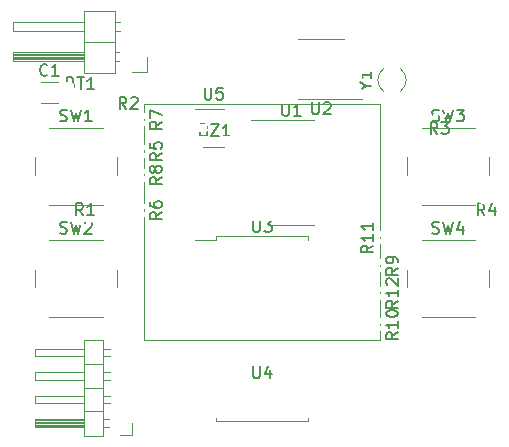
<source format=gto>
G04 #@! TF.GenerationSoftware,KiCad,Pcbnew,5.1.10*
G04 #@! TF.CreationDate,2021-12-20T19:27:34-06:00*
G04 #@! TF.ProjectId,notawatch,6e6f7461-7761-4746-9368-2e6b69636164,rev?*
G04 #@! TF.SameCoordinates,Original*
G04 #@! TF.FileFunction,Legend,Top*
G04 #@! TF.FilePolarity,Positive*
%FSLAX46Y46*%
G04 Gerber Fmt 4.6, Leading zero omitted, Abs format (unit mm)*
G04 Created by KiCad (PCBNEW 5.1.10) date 2021-12-20 19:27:34*
%MOMM*%
%LPD*%
G01*
G04 APERTURE LIST*
%ADD10C,0.120000*%
%ADD11C,0.150000*%
%ADD12C,0.100000*%
%ADD13O,1.350000X1.350000*%
%ADD14R,1.350000X1.350000*%
%ADD15C,1.000000*%
%ADD16C,1.524000*%
%ADD17C,2.000000*%
%ADD18R,1.060000X0.650000*%
%ADD19R,1.700000X1.700000*%
%ADD20O,1.700000X1.700000*%
G04 APERTURE END LIST*
D10*
X133288748Y-91090000D02*
X134711252Y-91090000D01*
X133288748Y-92910000D02*
X134711252Y-92910000D01*
X138560000Y-121060000D02*
X138560000Y-112940000D01*
X138560000Y-112940000D02*
X136940000Y-112940000D01*
X136940000Y-112940000D02*
X136940000Y-121060000D01*
X136940000Y-121060000D02*
X138560000Y-121060000D01*
X136940000Y-120310000D02*
X132740000Y-120310000D01*
X132740000Y-120310000D02*
X132740000Y-119690000D01*
X132740000Y-119690000D02*
X136940000Y-119690000D01*
X136940000Y-120250000D02*
X132740000Y-120250000D01*
X136940000Y-120130000D02*
X132740000Y-120130000D01*
X136940000Y-120010000D02*
X132740000Y-120010000D01*
X136940000Y-119890000D02*
X132740000Y-119890000D01*
X136940000Y-119770000D02*
X132740000Y-119770000D01*
X139065000Y-120310000D02*
X138560000Y-120310000D01*
X139065000Y-119690000D02*
X138560000Y-119690000D01*
X138560000Y-119000000D02*
X136940000Y-119000000D01*
X136940000Y-118310000D02*
X132740000Y-118310000D01*
X132740000Y-118310000D02*
X132740000Y-117690000D01*
X132740000Y-117690000D02*
X136940000Y-117690000D01*
X139117886Y-118310000D02*
X138560000Y-118310000D01*
X139117886Y-117690000D02*
X138560000Y-117690000D01*
X138560000Y-117000000D02*
X136940000Y-117000000D01*
X136940000Y-116310000D02*
X132740000Y-116310000D01*
X132740000Y-116310000D02*
X132740000Y-115690000D01*
X132740000Y-115690000D02*
X136940000Y-115690000D01*
X139117886Y-116310000D02*
X138560000Y-116310000D01*
X139117886Y-115690000D02*
X138560000Y-115690000D01*
X138560000Y-115000000D02*
X136940000Y-115000000D01*
X136940000Y-114310000D02*
X132740000Y-114310000D01*
X132740000Y-114310000D02*
X132740000Y-113690000D01*
X132740000Y-113690000D02*
X136940000Y-113690000D01*
X139117886Y-114310000D02*
X138560000Y-114310000D01*
X139117886Y-113690000D02*
X138560000Y-113690000D01*
X141000000Y-120000000D02*
X141000000Y-121000000D01*
X141000000Y-121000000D02*
X140000000Y-121000000D01*
X154475000Y-103245000D02*
X156425000Y-103245000D01*
X154475000Y-103245000D02*
X152525000Y-103245000D01*
X154475000Y-94375000D02*
X156425000Y-94375000D01*
X154475000Y-94375000D02*
X151025000Y-94375000D01*
X163732863Y-89999783D02*
G75*
G02*
X163733144Y-91900000I-732863J-950217D01*
G01*
X162267137Y-89999783D02*
G75*
G03*
X162266856Y-91900000I732863J-950217D01*
G01*
X142000000Y-93000000D02*
X142000000Y-113000000D01*
X162000000Y-93000000D02*
X142000000Y-93000000D01*
X162000000Y-113000000D02*
X162000000Y-93000000D01*
X142000000Y-113000000D02*
X162000000Y-113000000D01*
X152000000Y-119810000D02*
X155860000Y-119810000D01*
X155860000Y-119810000D02*
X155860000Y-119545000D01*
X152000000Y-119810000D02*
X148140000Y-119810000D01*
X148140000Y-119810000D02*
X148140000Y-119545000D01*
X152000000Y-104190000D02*
X155860000Y-104190000D01*
X155860000Y-104190000D02*
X155860000Y-104455000D01*
X152000000Y-104190000D02*
X148140000Y-104190000D01*
X148140000Y-104190000D02*
X148140000Y-104455000D01*
X148140000Y-104455000D02*
X146325000Y-104455000D01*
X157000000Y-92560000D02*
X160450000Y-92560000D01*
X157000000Y-92560000D02*
X155050000Y-92560000D01*
X157000000Y-87440000D02*
X158950000Y-87440000D01*
X157000000Y-87440000D02*
X155050000Y-87440000D01*
X165500000Y-111000000D02*
X170000000Y-111000000D01*
X164250000Y-107000000D02*
X164250000Y-108500000D01*
X170000000Y-104500000D02*
X165500000Y-104500000D01*
X171250000Y-108500000D02*
X171250000Y-107000000D01*
X165500000Y-101500000D02*
X170000000Y-101500000D01*
X164250000Y-97500000D02*
X164250000Y-99000000D01*
X170000000Y-95000000D02*
X165500000Y-95000000D01*
X171250000Y-99000000D02*
X171250000Y-97500000D01*
X134000000Y-111000000D02*
X138500000Y-111000000D01*
X132750000Y-107000000D02*
X132750000Y-108500000D01*
X138500000Y-104500000D02*
X134000000Y-104500000D01*
X139750000Y-108500000D02*
X139750000Y-107000000D01*
X134000000Y-101500000D02*
X138500000Y-101500000D01*
X132750000Y-97500000D02*
X132750000Y-99000000D01*
X138500000Y-95000000D02*
X134000000Y-95000000D01*
X139750000Y-99000000D02*
X139750000Y-97500000D01*
X147000000Y-96660000D02*
X148800000Y-96660000D01*
X148800000Y-93440000D02*
X146350000Y-93440000D01*
X142270000Y-90270000D02*
X141000000Y-90270000D01*
X142270000Y-89000000D02*
X142270000Y-90270000D01*
X139957071Y-86080000D02*
X139560000Y-86080000D01*
X139957071Y-86840000D02*
X139560000Y-86840000D01*
X130900000Y-86080000D02*
X136900000Y-86080000D01*
X130900000Y-86840000D02*
X130900000Y-86080000D01*
X136900000Y-86840000D02*
X130900000Y-86840000D01*
X139560000Y-87730000D02*
X136900000Y-87730000D01*
X139890000Y-88620000D02*
X139560000Y-88620000D01*
X139890000Y-89380000D02*
X139560000Y-89380000D01*
X136900000Y-88720000D02*
X130900000Y-88720000D01*
X136900000Y-88840000D02*
X130900000Y-88840000D01*
X136900000Y-88960000D02*
X130900000Y-88960000D01*
X136900000Y-89080000D02*
X130900000Y-89080000D01*
X136900000Y-89200000D02*
X130900000Y-89200000D01*
X136900000Y-89320000D02*
X130900000Y-89320000D01*
X130900000Y-88620000D02*
X136900000Y-88620000D01*
X130900000Y-89380000D02*
X130900000Y-88620000D01*
X136900000Y-89380000D02*
X130900000Y-89380000D01*
X136900000Y-90330000D02*
X139560000Y-90330000D01*
X136900000Y-85130000D02*
X136900000Y-90330000D01*
X139560000Y-85130000D02*
X136900000Y-85130000D01*
X139560000Y-90330000D02*
X139560000Y-85130000D01*
D11*
X147119047Y-95178571D02*
X147261904Y-95226190D01*
X147309523Y-95273809D01*
X147357142Y-95369047D01*
X147357142Y-95511904D01*
X147309523Y-95607142D01*
X147261904Y-95654761D01*
X147166666Y-95702380D01*
X146785714Y-95702380D01*
X146785714Y-94702380D01*
X147119047Y-94702380D01*
X147214285Y-94750000D01*
X147261904Y-94797619D01*
X147309523Y-94892857D01*
X147309523Y-94988095D01*
X147261904Y-95083333D01*
X147214285Y-95130952D01*
X147119047Y-95178571D01*
X146785714Y-95178571D01*
X147690476Y-94702380D02*
X148357142Y-94702380D01*
X147690476Y-95702380D01*
X148357142Y-95702380D01*
X149261904Y-95702380D02*
X148690476Y-95702380D01*
X148976190Y-95702380D02*
X148976190Y-94702380D01*
X148880952Y-94845238D01*
X148785714Y-94940476D01*
X148690476Y-94988095D01*
X133833333Y-90507142D02*
X133785714Y-90554761D01*
X133642857Y-90602380D01*
X133547619Y-90602380D01*
X133404761Y-90554761D01*
X133309523Y-90459523D01*
X133261904Y-90364285D01*
X133214285Y-90173809D01*
X133214285Y-90030952D01*
X133261904Y-89840476D01*
X133309523Y-89745238D01*
X133404761Y-89650000D01*
X133547619Y-89602380D01*
X133642857Y-89602380D01*
X133785714Y-89650000D01*
X133833333Y-89697619D01*
X134785714Y-90602380D02*
X134214285Y-90602380D01*
X134500000Y-90602380D02*
X134500000Y-89602380D01*
X134404761Y-89745238D01*
X134309523Y-89840476D01*
X134214285Y-89888095D01*
X153713095Y-92982380D02*
X153713095Y-93791904D01*
X153760714Y-93887142D01*
X153808333Y-93934761D01*
X153903571Y-93982380D01*
X154094047Y-93982380D01*
X154189285Y-93934761D01*
X154236904Y-93887142D01*
X154284523Y-93791904D01*
X154284523Y-92982380D01*
X155284523Y-93982380D02*
X154713095Y-93982380D01*
X154998809Y-93982380D02*
X154998809Y-92982380D01*
X154903571Y-93125238D01*
X154808333Y-93220476D01*
X154713095Y-93268095D01*
X160776190Y-91426190D02*
X161252380Y-91426190D01*
X160252380Y-91759523D02*
X160776190Y-91426190D01*
X160252380Y-91092857D01*
X161252380Y-90235714D02*
X161252380Y-90807142D01*
X161252380Y-90521428D02*
X160252380Y-90521428D01*
X160395238Y-90616666D01*
X160490476Y-90711904D01*
X160538095Y-90807142D01*
X151238095Y-115202380D02*
X151238095Y-116011904D01*
X151285714Y-116107142D01*
X151333333Y-116154761D01*
X151428571Y-116202380D01*
X151619047Y-116202380D01*
X151714285Y-116154761D01*
X151761904Y-116107142D01*
X151809523Y-116011904D01*
X151809523Y-115202380D01*
X152714285Y-115535714D02*
X152714285Y-116202380D01*
X152476190Y-115154761D02*
X152238095Y-115869047D01*
X152857142Y-115869047D01*
X151238095Y-102802380D02*
X151238095Y-103611904D01*
X151285714Y-103707142D01*
X151333333Y-103754761D01*
X151428571Y-103802380D01*
X151619047Y-103802380D01*
X151714285Y-103754761D01*
X151761904Y-103707142D01*
X151809523Y-103611904D01*
X151809523Y-102802380D01*
X152190476Y-102802380D02*
X152809523Y-102802380D01*
X152476190Y-103183333D01*
X152619047Y-103183333D01*
X152714285Y-103230952D01*
X152761904Y-103278571D01*
X152809523Y-103373809D01*
X152809523Y-103611904D01*
X152761904Y-103707142D01*
X152714285Y-103754761D01*
X152619047Y-103802380D01*
X152333333Y-103802380D01*
X152238095Y-103754761D01*
X152190476Y-103707142D01*
X156238095Y-92852380D02*
X156238095Y-93661904D01*
X156285714Y-93757142D01*
X156333333Y-93804761D01*
X156428571Y-93852380D01*
X156619047Y-93852380D01*
X156714285Y-93804761D01*
X156761904Y-93757142D01*
X156809523Y-93661904D01*
X156809523Y-92852380D01*
X157238095Y-92947619D02*
X157285714Y-92900000D01*
X157380952Y-92852380D01*
X157619047Y-92852380D01*
X157714285Y-92900000D01*
X157761904Y-92947619D01*
X157809523Y-93042857D01*
X157809523Y-93138095D01*
X157761904Y-93280952D01*
X157190476Y-93852380D01*
X157809523Y-93852380D01*
X166416666Y-103904761D02*
X166559523Y-103952380D01*
X166797619Y-103952380D01*
X166892857Y-103904761D01*
X166940476Y-103857142D01*
X166988095Y-103761904D01*
X166988095Y-103666666D01*
X166940476Y-103571428D01*
X166892857Y-103523809D01*
X166797619Y-103476190D01*
X166607142Y-103428571D01*
X166511904Y-103380952D01*
X166464285Y-103333333D01*
X166416666Y-103238095D01*
X166416666Y-103142857D01*
X166464285Y-103047619D01*
X166511904Y-103000000D01*
X166607142Y-102952380D01*
X166845238Y-102952380D01*
X166988095Y-103000000D01*
X167321428Y-102952380D02*
X167559523Y-103952380D01*
X167750000Y-103238095D01*
X167940476Y-103952380D01*
X168178571Y-102952380D01*
X168988095Y-103285714D02*
X168988095Y-103952380D01*
X168750000Y-102904761D02*
X168511904Y-103619047D01*
X169130952Y-103619047D01*
X166416666Y-94404761D02*
X166559523Y-94452380D01*
X166797619Y-94452380D01*
X166892857Y-94404761D01*
X166940476Y-94357142D01*
X166988095Y-94261904D01*
X166988095Y-94166666D01*
X166940476Y-94071428D01*
X166892857Y-94023809D01*
X166797619Y-93976190D01*
X166607142Y-93928571D01*
X166511904Y-93880952D01*
X166464285Y-93833333D01*
X166416666Y-93738095D01*
X166416666Y-93642857D01*
X166464285Y-93547619D01*
X166511904Y-93500000D01*
X166607142Y-93452380D01*
X166845238Y-93452380D01*
X166988095Y-93500000D01*
X167321428Y-93452380D02*
X167559523Y-94452380D01*
X167750000Y-93738095D01*
X167940476Y-94452380D01*
X168178571Y-93452380D01*
X168464285Y-93452380D02*
X169083333Y-93452380D01*
X168750000Y-93833333D01*
X168892857Y-93833333D01*
X168988095Y-93880952D01*
X169035714Y-93928571D01*
X169083333Y-94023809D01*
X169083333Y-94261904D01*
X169035714Y-94357142D01*
X168988095Y-94404761D01*
X168892857Y-94452380D01*
X168607142Y-94452380D01*
X168511904Y-94404761D01*
X168464285Y-94357142D01*
X134916666Y-103904761D02*
X135059523Y-103952380D01*
X135297619Y-103952380D01*
X135392857Y-103904761D01*
X135440476Y-103857142D01*
X135488095Y-103761904D01*
X135488095Y-103666666D01*
X135440476Y-103571428D01*
X135392857Y-103523809D01*
X135297619Y-103476190D01*
X135107142Y-103428571D01*
X135011904Y-103380952D01*
X134964285Y-103333333D01*
X134916666Y-103238095D01*
X134916666Y-103142857D01*
X134964285Y-103047619D01*
X135011904Y-103000000D01*
X135107142Y-102952380D01*
X135345238Y-102952380D01*
X135488095Y-103000000D01*
X135821428Y-102952380D02*
X136059523Y-103952380D01*
X136250000Y-103238095D01*
X136440476Y-103952380D01*
X136678571Y-102952380D01*
X137011904Y-103047619D02*
X137059523Y-103000000D01*
X137154761Y-102952380D01*
X137392857Y-102952380D01*
X137488095Y-103000000D01*
X137535714Y-103047619D01*
X137583333Y-103142857D01*
X137583333Y-103238095D01*
X137535714Y-103380952D01*
X136964285Y-103952380D01*
X137583333Y-103952380D01*
X134916666Y-94404761D02*
X135059523Y-94452380D01*
X135297619Y-94452380D01*
X135392857Y-94404761D01*
X135440476Y-94357142D01*
X135488095Y-94261904D01*
X135488095Y-94166666D01*
X135440476Y-94071428D01*
X135392857Y-94023809D01*
X135297619Y-93976190D01*
X135107142Y-93928571D01*
X135011904Y-93880952D01*
X134964285Y-93833333D01*
X134916666Y-93738095D01*
X134916666Y-93642857D01*
X134964285Y-93547619D01*
X135011904Y-93500000D01*
X135107142Y-93452380D01*
X135345238Y-93452380D01*
X135488095Y-93500000D01*
X135821428Y-93452380D02*
X136059523Y-94452380D01*
X136250000Y-93738095D01*
X136440476Y-94452380D01*
X136678571Y-93452380D01*
X137583333Y-94452380D02*
X137011904Y-94452380D01*
X137297619Y-94452380D02*
X137297619Y-93452380D01*
X137202380Y-93595238D01*
X137107142Y-93690476D01*
X137011904Y-93738095D01*
X163502380Y-109642857D02*
X163026190Y-109976190D01*
X163502380Y-110214285D02*
X162502380Y-110214285D01*
X162502380Y-109833333D01*
X162550000Y-109738095D01*
X162597619Y-109690476D01*
X162692857Y-109642857D01*
X162835714Y-109642857D01*
X162930952Y-109690476D01*
X162978571Y-109738095D01*
X163026190Y-109833333D01*
X163026190Y-110214285D01*
X163502380Y-108690476D02*
X163502380Y-109261904D01*
X163502380Y-108976190D02*
X162502380Y-108976190D01*
X162645238Y-109071428D01*
X162740476Y-109166666D01*
X162788095Y-109261904D01*
X162597619Y-108309523D02*
X162550000Y-108261904D01*
X162502380Y-108166666D01*
X162502380Y-107928571D01*
X162550000Y-107833333D01*
X162597619Y-107785714D01*
X162692857Y-107738095D01*
X162788095Y-107738095D01*
X162930952Y-107785714D01*
X163502380Y-108357142D01*
X163502380Y-107738095D01*
X161402380Y-104962857D02*
X160926190Y-105296190D01*
X161402380Y-105534285D02*
X160402380Y-105534285D01*
X160402380Y-105153333D01*
X160450000Y-105058095D01*
X160497619Y-105010476D01*
X160592857Y-104962857D01*
X160735714Y-104962857D01*
X160830952Y-105010476D01*
X160878571Y-105058095D01*
X160926190Y-105153333D01*
X160926190Y-105534285D01*
X161402380Y-104010476D02*
X161402380Y-104581904D01*
X161402380Y-104296190D02*
X160402380Y-104296190D01*
X160545238Y-104391428D01*
X160640476Y-104486666D01*
X160688095Y-104581904D01*
X161402380Y-103058095D02*
X161402380Y-103629523D01*
X161402380Y-103343809D02*
X160402380Y-103343809D01*
X160545238Y-103439047D01*
X160640476Y-103534285D01*
X160688095Y-103629523D01*
X163502380Y-112322857D02*
X163026190Y-112656190D01*
X163502380Y-112894285D02*
X162502380Y-112894285D01*
X162502380Y-112513333D01*
X162550000Y-112418095D01*
X162597619Y-112370476D01*
X162692857Y-112322857D01*
X162835714Y-112322857D01*
X162930952Y-112370476D01*
X162978571Y-112418095D01*
X163026190Y-112513333D01*
X163026190Y-112894285D01*
X163502380Y-111370476D02*
X163502380Y-111941904D01*
X163502380Y-111656190D02*
X162502380Y-111656190D01*
X162645238Y-111751428D01*
X162740476Y-111846666D01*
X162788095Y-111941904D01*
X162502380Y-110751428D02*
X162502380Y-110656190D01*
X162550000Y-110560952D01*
X162597619Y-110513333D01*
X162692857Y-110465714D01*
X162883333Y-110418095D01*
X163121428Y-110418095D01*
X163311904Y-110465714D01*
X163407142Y-110513333D01*
X163454761Y-110560952D01*
X163502380Y-110656190D01*
X163502380Y-110751428D01*
X163454761Y-110846666D01*
X163407142Y-110894285D01*
X163311904Y-110941904D01*
X163121428Y-110989523D01*
X162883333Y-110989523D01*
X162692857Y-110941904D01*
X162597619Y-110894285D01*
X162550000Y-110846666D01*
X162502380Y-110751428D01*
X163502380Y-106846666D02*
X163026190Y-107180000D01*
X163502380Y-107418095D02*
X162502380Y-107418095D01*
X162502380Y-107037142D01*
X162550000Y-106941904D01*
X162597619Y-106894285D01*
X162692857Y-106846666D01*
X162835714Y-106846666D01*
X162930952Y-106894285D01*
X162978571Y-106941904D01*
X163026190Y-107037142D01*
X163026190Y-107418095D01*
X163502380Y-106370476D02*
X163502380Y-106180000D01*
X163454761Y-106084761D01*
X163407142Y-106037142D01*
X163264285Y-105941904D01*
X163073809Y-105894285D01*
X162692857Y-105894285D01*
X162597619Y-105941904D01*
X162550000Y-105989523D01*
X162502380Y-106084761D01*
X162502380Y-106275238D01*
X162550000Y-106370476D01*
X162597619Y-106418095D01*
X162692857Y-106465714D01*
X162930952Y-106465714D01*
X163026190Y-106418095D01*
X163073809Y-106370476D01*
X163121428Y-106275238D01*
X163121428Y-106084761D01*
X163073809Y-105989523D01*
X163026190Y-105941904D01*
X162930952Y-105894285D01*
X143502380Y-99166666D02*
X143026190Y-99500000D01*
X143502380Y-99738095D02*
X142502380Y-99738095D01*
X142502380Y-99357142D01*
X142550000Y-99261904D01*
X142597619Y-99214285D01*
X142692857Y-99166666D01*
X142835714Y-99166666D01*
X142930952Y-99214285D01*
X142978571Y-99261904D01*
X143026190Y-99357142D01*
X143026190Y-99738095D01*
X142930952Y-98595238D02*
X142883333Y-98690476D01*
X142835714Y-98738095D01*
X142740476Y-98785714D01*
X142692857Y-98785714D01*
X142597619Y-98738095D01*
X142550000Y-98690476D01*
X142502380Y-98595238D01*
X142502380Y-98404761D01*
X142550000Y-98309523D01*
X142597619Y-98261904D01*
X142692857Y-98214285D01*
X142740476Y-98214285D01*
X142835714Y-98261904D01*
X142883333Y-98309523D01*
X142930952Y-98404761D01*
X142930952Y-98595238D01*
X142978571Y-98690476D01*
X143026190Y-98738095D01*
X143121428Y-98785714D01*
X143311904Y-98785714D01*
X143407142Y-98738095D01*
X143454761Y-98690476D01*
X143502380Y-98595238D01*
X143502380Y-98404761D01*
X143454761Y-98309523D01*
X143407142Y-98261904D01*
X143311904Y-98214285D01*
X143121428Y-98214285D01*
X143026190Y-98261904D01*
X142978571Y-98309523D01*
X142930952Y-98404761D01*
X143502380Y-94486666D02*
X143026190Y-94820000D01*
X143502380Y-95058095D02*
X142502380Y-95058095D01*
X142502380Y-94677142D01*
X142550000Y-94581904D01*
X142597619Y-94534285D01*
X142692857Y-94486666D01*
X142835714Y-94486666D01*
X142930952Y-94534285D01*
X142978571Y-94581904D01*
X143026190Y-94677142D01*
X143026190Y-95058095D01*
X142502380Y-94153333D02*
X142502380Y-93486666D01*
X143502380Y-93915238D01*
X143502380Y-102166666D02*
X143026190Y-102500000D01*
X143502380Y-102738095D02*
X142502380Y-102738095D01*
X142502380Y-102357142D01*
X142550000Y-102261904D01*
X142597619Y-102214285D01*
X142692857Y-102166666D01*
X142835714Y-102166666D01*
X142930952Y-102214285D01*
X142978571Y-102261904D01*
X143026190Y-102357142D01*
X143026190Y-102738095D01*
X142502380Y-101309523D02*
X142502380Y-101500000D01*
X142550000Y-101595238D01*
X142597619Y-101642857D01*
X142740476Y-101738095D01*
X142930952Y-101785714D01*
X143311904Y-101785714D01*
X143407142Y-101738095D01*
X143454761Y-101690476D01*
X143502380Y-101595238D01*
X143502380Y-101404761D01*
X143454761Y-101309523D01*
X143407142Y-101261904D01*
X143311904Y-101214285D01*
X143073809Y-101214285D01*
X142978571Y-101261904D01*
X142930952Y-101309523D01*
X142883333Y-101404761D01*
X142883333Y-101595238D01*
X142930952Y-101690476D01*
X142978571Y-101738095D01*
X143073809Y-101785714D01*
X143502380Y-97166666D02*
X143026190Y-97500000D01*
X143502380Y-97738095D02*
X142502380Y-97738095D01*
X142502380Y-97357142D01*
X142550000Y-97261904D01*
X142597619Y-97214285D01*
X142692857Y-97166666D01*
X142835714Y-97166666D01*
X142930952Y-97214285D01*
X142978571Y-97261904D01*
X143026190Y-97357142D01*
X143026190Y-97738095D01*
X142502380Y-96261904D02*
X142502380Y-96738095D01*
X142978571Y-96785714D01*
X142930952Y-96738095D01*
X142883333Y-96642857D01*
X142883333Y-96404761D01*
X142930952Y-96309523D01*
X142978571Y-96261904D01*
X143073809Y-96214285D01*
X143311904Y-96214285D01*
X143407142Y-96261904D01*
X143454761Y-96309523D01*
X143502380Y-96404761D01*
X143502380Y-96642857D01*
X143454761Y-96738095D01*
X143407142Y-96785714D01*
X170833333Y-102402380D02*
X170500000Y-101926190D01*
X170261904Y-102402380D02*
X170261904Y-101402380D01*
X170642857Y-101402380D01*
X170738095Y-101450000D01*
X170785714Y-101497619D01*
X170833333Y-101592857D01*
X170833333Y-101735714D01*
X170785714Y-101830952D01*
X170738095Y-101878571D01*
X170642857Y-101926190D01*
X170261904Y-101926190D01*
X171690476Y-101735714D02*
X171690476Y-102402380D01*
X171452380Y-101354761D02*
X171214285Y-102069047D01*
X171833333Y-102069047D01*
X166833333Y-95502380D02*
X166500000Y-95026190D01*
X166261904Y-95502380D02*
X166261904Y-94502380D01*
X166642857Y-94502380D01*
X166738095Y-94550000D01*
X166785714Y-94597619D01*
X166833333Y-94692857D01*
X166833333Y-94835714D01*
X166785714Y-94930952D01*
X166738095Y-94978571D01*
X166642857Y-95026190D01*
X166261904Y-95026190D01*
X167166666Y-94502380D02*
X167785714Y-94502380D01*
X167452380Y-94883333D01*
X167595238Y-94883333D01*
X167690476Y-94930952D01*
X167738095Y-94978571D01*
X167785714Y-95073809D01*
X167785714Y-95311904D01*
X167738095Y-95407142D01*
X167690476Y-95454761D01*
X167595238Y-95502380D01*
X167309523Y-95502380D01*
X167214285Y-95454761D01*
X167166666Y-95407142D01*
X140513333Y-93402380D02*
X140180000Y-92926190D01*
X139941904Y-93402380D02*
X139941904Y-92402380D01*
X140322857Y-92402380D01*
X140418095Y-92450000D01*
X140465714Y-92497619D01*
X140513333Y-92592857D01*
X140513333Y-92735714D01*
X140465714Y-92830952D01*
X140418095Y-92878571D01*
X140322857Y-92926190D01*
X139941904Y-92926190D01*
X140894285Y-92497619D02*
X140941904Y-92450000D01*
X141037142Y-92402380D01*
X141275238Y-92402380D01*
X141370476Y-92450000D01*
X141418095Y-92497619D01*
X141465714Y-92592857D01*
X141465714Y-92688095D01*
X141418095Y-92830952D01*
X140846666Y-93402380D01*
X141465714Y-93402380D01*
X136833333Y-102402380D02*
X136500000Y-101926190D01*
X136261904Y-102402380D02*
X136261904Y-101402380D01*
X136642857Y-101402380D01*
X136738095Y-101450000D01*
X136785714Y-101497619D01*
X136833333Y-101592857D01*
X136833333Y-101735714D01*
X136785714Y-101830952D01*
X136738095Y-101878571D01*
X136642857Y-101926190D01*
X136261904Y-101926190D01*
X137785714Y-102402380D02*
X137214285Y-102402380D01*
X137500000Y-102402380D02*
X137500000Y-101402380D01*
X137404761Y-101545238D01*
X137309523Y-101640476D01*
X137214285Y-101688095D01*
X147138095Y-91602380D02*
X147138095Y-92411904D01*
X147185714Y-92507142D01*
X147233333Y-92554761D01*
X147328571Y-92602380D01*
X147519047Y-92602380D01*
X147614285Y-92554761D01*
X147661904Y-92507142D01*
X147709523Y-92411904D01*
X147709523Y-91602380D01*
X148661904Y-91602380D02*
X148185714Y-91602380D01*
X148138095Y-92078571D01*
X148185714Y-92030952D01*
X148280952Y-91983333D01*
X148519047Y-91983333D01*
X148614285Y-92030952D01*
X148661904Y-92078571D01*
X148709523Y-92173809D01*
X148709523Y-92411904D01*
X148661904Y-92507142D01*
X148614285Y-92554761D01*
X148519047Y-92602380D01*
X148280952Y-92602380D01*
X148185714Y-92554761D01*
X148138095Y-92507142D01*
X135829285Y-91198571D02*
X135972142Y-91246190D01*
X136019761Y-91293809D01*
X136067380Y-91389047D01*
X136067380Y-91531904D01*
X136019761Y-91627142D01*
X135972142Y-91674761D01*
X135876904Y-91722380D01*
X135495952Y-91722380D01*
X135495952Y-90722380D01*
X135829285Y-90722380D01*
X135924523Y-90770000D01*
X135972142Y-90817619D01*
X136019761Y-90912857D01*
X136019761Y-91008095D01*
X135972142Y-91103333D01*
X135924523Y-91150952D01*
X135829285Y-91198571D01*
X135495952Y-91198571D01*
X136353095Y-90722380D02*
X136924523Y-90722380D01*
X136638809Y-91722380D02*
X136638809Y-90722380D01*
X137781666Y-91722380D02*
X137210238Y-91722380D01*
X137495952Y-91722380D02*
X137495952Y-90722380D01*
X137400714Y-90865238D01*
X137305476Y-90960476D01*
X137210238Y-91008095D01*
%LPC*%
D12*
G36*
X152689755Y-91350961D02*
G01*
X152699134Y-91353806D01*
X152707779Y-91358427D01*
X152715355Y-91364645D01*
X152721573Y-91372221D01*
X152726194Y-91380866D01*
X152729039Y-91390245D01*
X152730000Y-91400000D01*
X152730000Y-92550000D01*
X152729039Y-92559755D01*
X152726194Y-92569134D01*
X152721573Y-92577779D01*
X152715355Y-92585355D01*
X152707779Y-92591573D01*
X152699134Y-92596194D01*
X152689755Y-92599039D01*
X152680000Y-92600000D01*
X150900000Y-92600000D01*
X150890245Y-92599039D01*
X150880866Y-92596194D01*
X150872221Y-92591573D01*
X150864645Y-92585355D01*
X150858427Y-92577779D01*
X150853806Y-92569134D01*
X150850961Y-92559755D01*
X150850000Y-92550000D01*
X150850000Y-91400000D01*
X150850961Y-91390245D01*
X150853806Y-91380866D01*
X150858427Y-91372221D01*
X150864645Y-91364645D01*
X150872221Y-91358427D01*
X150880866Y-91353806D01*
X150890245Y-91350961D01*
X150900000Y-91350000D01*
X152680000Y-91350000D01*
X152689755Y-91350961D01*
G37*
G36*
X152689755Y-85400961D02*
G01*
X152699134Y-85403806D01*
X152707779Y-85408427D01*
X152715355Y-85414645D01*
X152721573Y-85422221D01*
X152726194Y-85430866D01*
X152729039Y-85440245D01*
X152730000Y-85450000D01*
X152730000Y-86600000D01*
X152729039Y-86609755D01*
X152726194Y-86619134D01*
X152721573Y-86627779D01*
X152715355Y-86635355D01*
X152707779Y-86641573D01*
X152699134Y-86646194D01*
X152689755Y-86649039D01*
X152680000Y-86650000D01*
X150900000Y-86650000D01*
X150890245Y-86649039D01*
X150880866Y-86646194D01*
X150872221Y-86641573D01*
X150864645Y-86635355D01*
X150858427Y-86627779D01*
X150853806Y-86619134D01*
X150850961Y-86609755D01*
X150850000Y-86600000D01*
X150850000Y-85450000D01*
X150850961Y-85440245D01*
X150853806Y-85430866D01*
X150858427Y-85422221D01*
X150864645Y-85414645D01*
X150872221Y-85408427D01*
X150880866Y-85403806D01*
X150890245Y-85400961D01*
X150900000Y-85400000D01*
X152680000Y-85400000D01*
X152689755Y-85400961D01*
G37*
G36*
X145109755Y-91350961D02*
G01*
X145119134Y-91353806D01*
X145127779Y-91358427D01*
X145135355Y-91364645D01*
X145141573Y-91372221D01*
X145146194Y-91380866D01*
X145149039Y-91390245D01*
X145150000Y-91400000D01*
X145150000Y-92550000D01*
X145149039Y-92559755D01*
X145146194Y-92569134D01*
X145141573Y-92577779D01*
X145135355Y-92585355D01*
X145127779Y-92591573D01*
X145119134Y-92596194D01*
X145109755Y-92599039D01*
X145100000Y-92600000D01*
X143320000Y-92600000D01*
X143310245Y-92599039D01*
X143300866Y-92596194D01*
X143292221Y-92591573D01*
X143284645Y-92585355D01*
X143278427Y-92577779D01*
X143273806Y-92569134D01*
X143270961Y-92559755D01*
X143270000Y-92550000D01*
X143270000Y-91400000D01*
X143270961Y-91390245D01*
X143273806Y-91380866D01*
X143278427Y-91372221D01*
X143284645Y-91364645D01*
X143292221Y-91358427D01*
X143300866Y-91353806D01*
X143310245Y-91350961D01*
X143320000Y-91350000D01*
X145100000Y-91350000D01*
X145109755Y-91350961D01*
G37*
G36*
X145109755Y-85400961D02*
G01*
X145119134Y-85403806D01*
X145127779Y-85408427D01*
X145135355Y-85414645D01*
X145141573Y-85422221D01*
X145146194Y-85430866D01*
X145149039Y-85440245D01*
X145150000Y-85450000D01*
X145150000Y-86600000D01*
X145149039Y-86609755D01*
X145146194Y-86619134D01*
X145141573Y-86627779D01*
X145135355Y-86635355D01*
X145127779Y-86641573D01*
X145119134Y-86646194D01*
X145109755Y-86649039D01*
X145100000Y-86650000D01*
X143320000Y-86650000D01*
X143310245Y-86649039D01*
X143300866Y-86646194D01*
X143292221Y-86641573D01*
X143284645Y-86635355D01*
X143278427Y-86627779D01*
X143273806Y-86619134D01*
X143270961Y-86609755D01*
X143270000Y-86600000D01*
X143270000Y-85450000D01*
X143270961Y-85440245D01*
X143273806Y-85430866D01*
X143278427Y-85422221D01*
X143284645Y-85414645D01*
X143292221Y-85408427D01*
X143300866Y-85403806D01*
X143310245Y-85400961D01*
X143320000Y-85400000D01*
X145100000Y-85400000D01*
X145109755Y-85400961D01*
G37*
G36*
G01*
X131950000Y-92650001D02*
X131950000Y-91349999D01*
G75*
G02*
X132199999Y-91100000I249999J0D01*
G01*
X132850001Y-91100000D01*
G75*
G02*
X133100000Y-91349999I0J-249999D01*
G01*
X133100000Y-92650001D01*
G75*
G02*
X132850001Y-92900000I-249999J0D01*
G01*
X132199999Y-92900000D01*
G75*
G02*
X131950000Y-92650001I0J249999D01*
G01*
G37*
G36*
G01*
X134900000Y-92650001D02*
X134900000Y-91349999D01*
G75*
G02*
X135149999Y-91100000I249999J0D01*
G01*
X135800001Y-91100000D01*
G75*
G02*
X136050000Y-91349999I0J-249999D01*
G01*
X136050000Y-92650001D01*
G75*
G02*
X135800001Y-92900000I-249999J0D01*
G01*
X135149999Y-92900000D01*
G75*
G02*
X134900000Y-92650001I0J249999D01*
G01*
G37*
D13*
X140000000Y-114000000D03*
X140000000Y-116000000D03*
X140000000Y-118000000D03*
D14*
X140000000Y-120000000D03*
G36*
G01*
X155975000Y-95150000D02*
X155975000Y-94850000D01*
G75*
G02*
X156125000Y-94700000I150000J0D01*
G01*
X157775000Y-94700000D01*
G75*
G02*
X157925000Y-94850000I0J-150000D01*
G01*
X157925000Y-95150000D01*
G75*
G02*
X157775000Y-95300000I-150000J0D01*
G01*
X156125000Y-95300000D01*
G75*
G02*
X155975000Y-95150000I0J150000D01*
G01*
G37*
G36*
G01*
X155975000Y-96420000D02*
X155975000Y-96120000D01*
G75*
G02*
X156125000Y-95970000I150000J0D01*
G01*
X157775000Y-95970000D01*
G75*
G02*
X157925000Y-96120000I0J-150000D01*
G01*
X157925000Y-96420000D01*
G75*
G02*
X157775000Y-96570000I-150000J0D01*
G01*
X156125000Y-96570000D01*
G75*
G02*
X155975000Y-96420000I0J150000D01*
G01*
G37*
G36*
G01*
X155975000Y-97690000D02*
X155975000Y-97390000D01*
G75*
G02*
X156125000Y-97240000I150000J0D01*
G01*
X157775000Y-97240000D01*
G75*
G02*
X157925000Y-97390000I0J-150000D01*
G01*
X157925000Y-97690000D01*
G75*
G02*
X157775000Y-97840000I-150000J0D01*
G01*
X156125000Y-97840000D01*
G75*
G02*
X155975000Y-97690000I0J150000D01*
G01*
G37*
G36*
G01*
X155975000Y-98960000D02*
X155975000Y-98660000D01*
G75*
G02*
X156125000Y-98510000I150000J0D01*
G01*
X157775000Y-98510000D01*
G75*
G02*
X157925000Y-98660000I0J-150000D01*
G01*
X157925000Y-98960000D01*
G75*
G02*
X157775000Y-99110000I-150000J0D01*
G01*
X156125000Y-99110000D01*
G75*
G02*
X155975000Y-98960000I0J150000D01*
G01*
G37*
G36*
G01*
X155975000Y-100230000D02*
X155975000Y-99930000D01*
G75*
G02*
X156125000Y-99780000I150000J0D01*
G01*
X157775000Y-99780000D01*
G75*
G02*
X157925000Y-99930000I0J-150000D01*
G01*
X157925000Y-100230000D01*
G75*
G02*
X157775000Y-100380000I-150000J0D01*
G01*
X156125000Y-100380000D01*
G75*
G02*
X155975000Y-100230000I0J150000D01*
G01*
G37*
G36*
G01*
X155975000Y-101500000D02*
X155975000Y-101200000D01*
G75*
G02*
X156125000Y-101050000I150000J0D01*
G01*
X157775000Y-101050000D01*
G75*
G02*
X157925000Y-101200000I0J-150000D01*
G01*
X157925000Y-101500000D01*
G75*
G02*
X157775000Y-101650000I-150000J0D01*
G01*
X156125000Y-101650000D01*
G75*
G02*
X155975000Y-101500000I0J150000D01*
G01*
G37*
G36*
G01*
X155975000Y-102770000D02*
X155975000Y-102470000D01*
G75*
G02*
X156125000Y-102320000I150000J0D01*
G01*
X157775000Y-102320000D01*
G75*
G02*
X157925000Y-102470000I0J-150000D01*
G01*
X157925000Y-102770000D01*
G75*
G02*
X157775000Y-102920000I-150000J0D01*
G01*
X156125000Y-102920000D01*
G75*
G02*
X155975000Y-102770000I0J150000D01*
G01*
G37*
G36*
G01*
X151025000Y-102770000D02*
X151025000Y-102470000D01*
G75*
G02*
X151175000Y-102320000I150000J0D01*
G01*
X152825000Y-102320000D01*
G75*
G02*
X152975000Y-102470000I0J-150000D01*
G01*
X152975000Y-102770000D01*
G75*
G02*
X152825000Y-102920000I-150000J0D01*
G01*
X151175000Y-102920000D01*
G75*
G02*
X151025000Y-102770000I0J150000D01*
G01*
G37*
G36*
G01*
X151025000Y-101500000D02*
X151025000Y-101200000D01*
G75*
G02*
X151175000Y-101050000I150000J0D01*
G01*
X152825000Y-101050000D01*
G75*
G02*
X152975000Y-101200000I0J-150000D01*
G01*
X152975000Y-101500000D01*
G75*
G02*
X152825000Y-101650000I-150000J0D01*
G01*
X151175000Y-101650000D01*
G75*
G02*
X151025000Y-101500000I0J150000D01*
G01*
G37*
G36*
G01*
X151025000Y-100230000D02*
X151025000Y-99930000D01*
G75*
G02*
X151175000Y-99780000I150000J0D01*
G01*
X152825000Y-99780000D01*
G75*
G02*
X152975000Y-99930000I0J-150000D01*
G01*
X152975000Y-100230000D01*
G75*
G02*
X152825000Y-100380000I-150000J0D01*
G01*
X151175000Y-100380000D01*
G75*
G02*
X151025000Y-100230000I0J150000D01*
G01*
G37*
G36*
G01*
X151025000Y-98960000D02*
X151025000Y-98660000D01*
G75*
G02*
X151175000Y-98510000I150000J0D01*
G01*
X152825000Y-98510000D01*
G75*
G02*
X152975000Y-98660000I0J-150000D01*
G01*
X152975000Y-98960000D01*
G75*
G02*
X152825000Y-99110000I-150000J0D01*
G01*
X151175000Y-99110000D01*
G75*
G02*
X151025000Y-98960000I0J150000D01*
G01*
G37*
G36*
G01*
X151025000Y-97690000D02*
X151025000Y-97390000D01*
G75*
G02*
X151175000Y-97240000I150000J0D01*
G01*
X152825000Y-97240000D01*
G75*
G02*
X152975000Y-97390000I0J-150000D01*
G01*
X152975000Y-97690000D01*
G75*
G02*
X152825000Y-97840000I-150000J0D01*
G01*
X151175000Y-97840000D01*
G75*
G02*
X151025000Y-97690000I0J150000D01*
G01*
G37*
G36*
G01*
X151025000Y-96420000D02*
X151025000Y-96120000D01*
G75*
G02*
X151175000Y-95970000I150000J0D01*
G01*
X152825000Y-95970000D01*
G75*
G02*
X152975000Y-96120000I0J-150000D01*
G01*
X152975000Y-96420000D01*
G75*
G02*
X152825000Y-96570000I-150000J0D01*
G01*
X151175000Y-96570000D01*
G75*
G02*
X151025000Y-96420000I0J150000D01*
G01*
G37*
G36*
G01*
X151025000Y-95150000D02*
X151025000Y-94850000D01*
G75*
G02*
X151175000Y-94700000I150000J0D01*
G01*
X152825000Y-94700000D01*
G75*
G02*
X152975000Y-94850000I0J-150000D01*
G01*
X152975000Y-95150000D01*
G75*
G02*
X152825000Y-95300000I-150000J0D01*
G01*
X151175000Y-95300000D01*
G75*
G02*
X151025000Y-95150000I0J150000D01*
G01*
G37*
D15*
X163000000Y-90000000D03*
X163000000Y-91900000D03*
D16*
X159500000Y-111750000D03*
X159500000Y-109250000D03*
X159500000Y-106750000D03*
X159500000Y-104250000D03*
X159500000Y-94250000D03*
X159500000Y-96750000D03*
X159500000Y-99250000D03*
X159500000Y-101750000D03*
X144500000Y-111750000D03*
X144500000Y-109250000D03*
X144500000Y-106750000D03*
X144500000Y-94250000D03*
X144500000Y-96750000D03*
X144500000Y-99250000D03*
X144500000Y-104250000D03*
X144500000Y-101750000D03*
G36*
G01*
X155625000Y-105165000D02*
X155625000Y-104865000D01*
G75*
G02*
X155775000Y-104715000I150000J0D01*
G01*
X157525000Y-104715000D01*
G75*
G02*
X157675000Y-104865000I0J-150000D01*
G01*
X157675000Y-105165000D01*
G75*
G02*
X157525000Y-105315000I-150000J0D01*
G01*
X155775000Y-105315000D01*
G75*
G02*
X155625000Y-105165000I0J150000D01*
G01*
G37*
G36*
G01*
X155625000Y-106435000D02*
X155625000Y-106135000D01*
G75*
G02*
X155775000Y-105985000I150000J0D01*
G01*
X157525000Y-105985000D01*
G75*
G02*
X157675000Y-106135000I0J-150000D01*
G01*
X157675000Y-106435000D01*
G75*
G02*
X157525000Y-106585000I-150000J0D01*
G01*
X155775000Y-106585000D01*
G75*
G02*
X155625000Y-106435000I0J150000D01*
G01*
G37*
G36*
G01*
X155625000Y-107705000D02*
X155625000Y-107405000D01*
G75*
G02*
X155775000Y-107255000I150000J0D01*
G01*
X157525000Y-107255000D01*
G75*
G02*
X157675000Y-107405000I0J-150000D01*
G01*
X157675000Y-107705000D01*
G75*
G02*
X157525000Y-107855000I-150000J0D01*
G01*
X155775000Y-107855000D01*
G75*
G02*
X155625000Y-107705000I0J150000D01*
G01*
G37*
G36*
G01*
X155625000Y-108975000D02*
X155625000Y-108675000D01*
G75*
G02*
X155775000Y-108525000I150000J0D01*
G01*
X157525000Y-108525000D01*
G75*
G02*
X157675000Y-108675000I0J-150000D01*
G01*
X157675000Y-108975000D01*
G75*
G02*
X157525000Y-109125000I-150000J0D01*
G01*
X155775000Y-109125000D01*
G75*
G02*
X155625000Y-108975000I0J150000D01*
G01*
G37*
G36*
G01*
X155625000Y-110245000D02*
X155625000Y-109945000D01*
G75*
G02*
X155775000Y-109795000I150000J0D01*
G01*
X157525000Y-109795000D01*
G75*
G02*
X157675000Y-109945000I0J-150000D01*
G01*
X157675000Y-110245000D01*
G75*
G02*
X157525000Y-110395000I-150000J0D01*
G01*
X155775000Y-110395000D01*
G75*
G02*
X155625000Y-110245000I0J150000D01*
G01*
G37*
G36*
G01*
X155625000Y-111515000D02*
X155625000Y-111215000D01*
G75*
G02*
X155775000Y-111065000I150000J0D01*
G01*
X157525000Y-111065000D01*
G75*
G02*
X157675000Y-111215000I0J-150000D01*
G01*
X157675000Y-111515000D01*
G75*
G02*
X157525000Y-111665000I-150000J0D01*
G01*
X155775000Y-111665000D01*
G75*
G02*
X155625000Y-111515000I0J150000D01*
G01*
G37*
G36*
G01*
X155625000Y-112785000D02*
X155625000Y-112485000D01*
G75*
G02*
X155775000Y-112335000I150000J0D01*
G01*
X157525000Y-112335000D01*
G75*
G02*
X157675000Y-112485000I0J-150000D01*
G01*
X157675000Y-112785000D01*
G75*
G02*
X157525000Y-112935000I-150000J0D01*
G01*
X155775000Y-112935000D01*
G75*
G02*
X155625000Y-112785000I0J150000D01*
G01*
G37*
G36*
G01*
X155625000Y-114055000D02*
X155625000Y-113755000D01*
G75*
G02*
X155775000Y-113605000I150000J0D01*
G01*
X157525000Y-113605000D01*
G75*
G02*
X157675000Y-113755000I0J-150000D01*
G01*
X157675000Y-114055000D01*
G75*
G02*
X157525000Y-114205000I-150000J0D01*
G01*
X155775000Y-114205000D01*
G75*
G02*
X155625000Y-114055000I0J150000D01*
G01*
G37*
G36*
G01*
X155625000Y-115325000D02*
X155625000Y-115025000D01*
G75*
G02*
X155775000Y-114875000I150000J0D01*
G01*
X157525000Y-114875000D01*
G75*
G02*
X157675000Y-115025000I0J-150000D01*
G01*
X157675000Y-115325000D01*
G75*
G02*
X157525000Y-115475000I-150000J0D01*
G01*
X155775000Y-115475000D01*
G75*
G02*
X155625000Y-115325000I0J150000D01*
G01*
G37*
G36*
G01*
X155625000Y-116595000D02*
X155625000Y-116295000D01*
G75*
G02*
X155775000Y-116145000I150000J0D01*
G01*
X157525000Y-116145000D01*
G75*
G02*
X157675000Y-116295000I0J-150000D01*
G01*
X157675000Y-116595000D01*
G75*
G02*
X157525000Y-116745000I-150000J0D01*
G01*
X155775000Y-116745000D01*
G75*
G02*
X155625000Y-116595000I0J150000D01*
G01*
G37*
G36*
G01*
X155625000Y-117865000D02*
X155625000Y-117565000D01*
G75*
G02*
X155775000Y-117415000I150000J0D01*
G01*
X157525000Y-117415000D01*
G75*
G02*
X157675000Y-117565000I0J-150000D01*
G01*
X157675000Y-117865000D01*
G75*
G02*
X157525000Y-118015000I-150000J0D01*
G01*
X155775000Y-118015000D01*
G75*
G02*
X155625000Y-117865000I0J150000D01*
G01*
G37*
G36*
G01*
X155625000Y-119135000D02*
X155625000Y-118835000D01*
G75*
G02*
X155775000Y-118685000I150000J0D01*
G01*
X157525000Y-118685000D01*
G75*
G02*
X157675000Y-118835000I0J-150000D01*
G01*
X157675000Y-119135000D01*
G75*
G02*
X157525000Y-119285000I-150000J0D01*
G01*
X155775000Y-119285000D01*
G75*
G02*
X155625000Y-119135000I0J150000D01*
G01*
G37*
G36*
G01*
X146325000Y-119135000D02*
X146325000Y-118835000D01*
G75*
G02*
X146475000Y-118685000I150000J0D01*
G01*
X148225000Y-118685000D01*
G75*
G02*
X148375000Y-118835000I0J-150000D01*
G01*
X148375000Y-119135000D01*
G75*
G02*
X148225000Y-119285000I-150000J0D01*
G01*
X146475000Y-119285000D01*
G75*
G02*
X146325000Y-119135000I0J150000D01*
G01*
G37*
G36*
G01*
X146325000Y-117865000D02*
X146325000Y-117565000D01*
G75*
G02*
X146475000Y-117415000I150000J0D01*
G01*
X148225000Y-117415000D01*
G75*
G02*
X148375000Y-117565000I0J-150000D01*
G01*
X148375000Y-117865000D01*
G75*
G02*
X148225000Y-118015000I-150000J0D01*
G01*
X146475000Y-118015000D01*
G75*
G02*
X146325000Y-117865000I0J150000D01*
G01*
G37*
G36*
G01*
X146325000Y-116595000D02*
X146325000Y-116295000D01*
G75*
G02*
X146475000Y-116145000I150000J0D01*
G01*
X148225000Y-116145000D01*
G75*
G02*
X148375000Y-116295000I0J-150000D01*
G01*
X148375000Y-116595000D01*
G75*
G02*
X148225000Y-116745000I-150000J0D01*
G01*
X146475000Y-116745000D01*
G75*
G02*
X146325000Y-116595000I0J150000D01*
G01*
G37*
G36*
G01*
X146325000Y-115325000D02*
X146325000Y-115025000D01*
G75*
G02*
X146475000Y-114875000I150000J0D01*
G01*
X148225000Y-114875000D01*
G75*
G02*
X148375000Y-115025000I0J-150000D01*
G01*
X148375000Y-115325000D01*
G75*
G02*
X148225000Y-115475000I-150000J0D01*
G01*
X146475000Y-115475000D01*
G75*
G02*
X146325000Y-115325000I0J150000D01*
G01*
G37*
G36*
G01*
X146325000Y-114055000D02*
X146325000Y-113755000D01*
G75*
G02*
X146475000Y-113605000I150000J0D01*
G01*
X148225000Y-113605000D01*
G75*
G02*
X148375000Y-113755000I0J-150000D01*
G01*
X148375000Y-114055000D01*
G75*
G02*
X148225000Y-114205000I-150000J0D01*
G01*
X146475000Y-114205000D01*
G75*
G02*
X146325000Y-114055000I0J150000D01*
G01*
G37*
G36*
G01*
X146325000Y-112785000D02*
X146325000Y-112485000D01*
G75*
G02*
X146475000Y-112335000I150000J0D01*
G01*
X148225000Y-112335000D01*
G75*
G02*
X148375000Y-112485000I0J-150000D01*
G01*
X148375000Y-112785000D01*
G75*
G02*
X148225000Y-112935000I-150000J0D01*
G01*
X146475000Y-112935000D01*
G75*
G02*
X146325000Y-112785000I0J150000D01*
G01*
G37*
G36*
G01*
X146325000Y-111515000D02*
X146325000Y-111215000D01*
G75*
G02*
X146475000Y-111065000I150000J0D01*
G01*
X148225000Y-111065000D01*
G75*
G02*
X148375000Y-111215000I0J-150000D01*
G01*
X148375000Y-111515000D01*
G75*
G02*
X148225000Y-111665000I-150000J0D01*
G01*
X146475000Y-111665000D01*
G75*
G02*
X146325000Y-111515000I0J150000D01*
G01*
G37*
G36*
G01*
X146325000Y-110245000D02*
X146325000Y-109945000D01*
G75*
G02*
X146475000Y-109795000I150000J0D01*
G01*
X148225000Y-109795000D01*
G75*
G02*
X148375000Y-109945000I0J-150000D01*
G01*
X148375000Y-110245000D01*
G75*
G02*
X148225000Y-110395000I-150000J0D01*
G01*
X146475000Y-110395000D01*
G75*
G02*
X146325000Y-110245000I0J150000D01*
G01*
G37*
G36*
G01*
X146325000Y-108975000D02*
X146325000Y-108675000D01*
G75*
G02*
X146475000Y-108525000I150000J0D01*
G01*
X148225000Y-108525000D01*
G75*
G02*
X148375000Y-108675000I0J-150000D01*
G01*
X148375000Y-108975000D01*
G75*
G02*
X148225000Y-109125000I-150000J0D01*
G01*
X146475000Y-109125000D01*
G75*
G02*
X146325000Y-108975000I0J150000D01*
G01*
G37*
G36*
G01*
X146325000Y-107705000D02*
X146325000Y-107405000D01*
G75*
G02*
X146475000Y-107255000I150000J0D01*
G01*
X148225000Y-107255000D01*
G75*
G02*
X148375000Y-107405000I0J-150000D01*
G01*
X148375000Y-107705000D01*
G75*
G02*
X148225000Y-107855000I-150000J0D01*
G01*
X146475000Y-107855000D01*
G75*
G02*
X146325000Y-107705000I0J150000D01*
G01*
G37*
G36*
G01*
X146325000Y-106435000D02*
X146325000Y-106135000D01*
G75*
G02*
X146475000Y-105985000I150000J0D01*
G01*
X148225000Y-105985000D01*
G75*
G02*
X148375000Y-106135000I0J-150000D01*
G01*
X148375000Y-106435000D01*
G75*
G02*
X148225000Y-106585000I-150000J0D01*
G01*
X146475000Y-106585000D01*
G75*
G02*
X146325000Y-106435000I0J150000D01*
G01*
G37*
G36*
G01*
X146325000Y-105165000D02*
X146325000Y-104865000D01*
G75*
G02*
X146475000Y-104715000I150000J0D01*
G01*
X148225000Y-104715000D01*
G75*
G02*
X148375000Y-104865000I0J-150000D01*
G01*
X148375000Y-105165000D01*
G75*
G02*
X148225000Y-105315000I-150000J0D01*
G01*
X146475000Y-105315000D01*
G75*
G02*
X146325000Y-105165000I0J150000D01*
G01*
G37*
G36*
G01*
X160450000Y-91755000D02*
X160450000Y-92055000D01*
G75*
G02*
X160300000Y-92205000I-150000J0D01*
G01*
X158650000Y-92205000D01*
G75*
G02*
X158500000Y-92055000I0J150000D01*
G01*
X158500000Y-91755000D01*
G75*
G02*
X158650000Y-91605000I150000J0D01*
G01*
X160300000Y-91605000D01*
G75*
G02*
X160450000Y-91755000I0J-150000D01*
G01*
G37*
G36*
G01*
X160450000Y-90485000D02*
X160450000Y-90785000D01*
G75*
G02*
X160300000Y-90935000I-150000J0D01*
G01*
X158650000Y-90935000D01*
G75*
G02*
X158500000Y-90785000I0J150000D01*
G01*
X158500000Y-90485000D01*
G75*
G02*
X158650000Y-90335000I150000J0D01*
G01*
X160300000Y-90335000D01*
G75*
G02*
X160450000Y-90485000I0J-150000D01*
G01*
G37*
G36*
G01*
X160450000Y-89215000D02*
X160450000Y-89515000D01*
G75*
G02*
X160300000Y-89665000I-150000J0D01*
G01*
X158650000Y-89665000D01*
G75*
G02*
X158500000Y-89515000I0J150000D01*
G01*
X158500000Y-89215000D01*
G75*
G02*
X158650000Y-89065000I150000J0D01*
G01*
X160300000Y-89065000D01*
G75*
G02*
X160450000Y-89215000I0J-150000D01*
G01*
G37*
G36*
G01*
X160450000Y-87945000D02*
X160450000Y-88245000D01*
G75*
G02*
X160300000Y-88395000I-150000J0D01*
G01*
X158650000Y-88395000D01*
G75*
G02*
X158500000Y-88245000I0J150000D01*
G01*
X158500000Y-87945000D01*
G75*
G02*
X158650000Y-87795000I150000J0D01*
G01*
X160300000Y-87795000D01*
G75*
G02*
X160450000Y-87945000I0J-150000D01*
G01*
G37*
G36*
G01*
X155500000Y-87945000D02*
X155500000Y-88245000D01*
G75*
G02*
X155350000Y-88395000I-150000J0D01*
G01*
X153700000Y-88395000D01*
G75*
G02*
X153550000Y-88245000I0J150000D01*
G01*
X153550000Y-87945000D01*
G75*
G02*
X153700000Y-87795000I150000J0D01*
G01*
X155350000Y-87795000D01*
G75*
G02*
X155500000Y-87945000I0J-150000D01*
G01*
G37*
G36*
G01*
X155500000Y-89215000D02*
X155500000Y-89515000D01*
G75*
G02*
X155350000Y-89665000I-150000J0D01*
G01*
X153700000Y-89665000D01*
G75*
G02*
X153550000Y-89515000I0J150000D01*
G01*
X153550000Y-89215000D01*
G75*
G02*
X153700000Y-89065000I150000J0D01*
G01*
X155350000Y-89065000D01*
G75*
G02*
X155500000Y-89215000I0J-150000D01*
G01*
G37*
G36*
G01*
X155500000Y-90485000D02*
X155500000Y-90785000D01*
G75*
G02*
X155350000Y-90935000I-150000J0D01*
G01*
X153700000Y-90935000D01*
G75*
G02*
X153550000Y-90785000I0J150000D01*
G01*
X153550000Y-90485000D01*
G75*
G02*
X153700000Y-90335000I150000J0D01*
G01*
X155350000Y-90335000D01*
G75*
G02*
X155500000Y-90485000I0J-150000D01*
G01*
G37*
G36*
G01*
X155500000Y-91755000D02*
X155500000Y-92055000D01*
G75*
G02*
X155350000Y-92205000I-150000J0D01*
G01*
X153700000Y-92205000D01*
G75*
G02*
X153550000Y-92055000I0J150000D01*
G01*
X153550000Y-91755000D01*
G75*
G02*
X153700000Y-91605000I150000J0D01*
G01*
X155350000Y-91605000D01*
G75*
G02*
X155500000Y-91755000I0J-150000D01*
G01*
G37*
D17*
X171000000Y-105500000D03*
X171000000Y-110000000D03*
X164500000Y-105500000D03*
X164500000Y-110000000D03*
X171000000Y-96000000D03*
X171000000Y-100500000D03*
X164500000Y-96000000D03*
X164500000Y-100500000D03*
X139500000Y-105500000D03*
X139500000Y-110000000D03*
X133000000Y-105500000D03*
X133000000Y-110000000D03*
X139500000Y-96000000D03*
X139500000Y-100500000D03*
X133000000Y-96000000D03*
X133000000Y-100500000D03*
G36*
G01*
X161900000Y-109090000D02*
X162100000Y-109090000D01*
G75*
G02*
X162200000Y-109190000I0J-100000D01*
G01*
X162200000Y-109450000D01*
G75*
G02*
X162100000Y-109550000I-100000J0D01*
G01*
X161900000Y-109550000D01*
G75*
G02*
X161800000Y-109450000I0J100000D01*
G01*
X161800000Y-109190000D01*
G75*
G02*
X161900000Y-109090000I100000J0D01*
G01*
G37*
G36*
G01*
X161900000Y-108450000D02*
X162100000Y-108450000D01*
G75*
G02*
X162200000Y-108550000I0J-100000D01*
G01*
X162200000Y-108810000D01*
G75*
G02*
X162100000Y-108910000I-100000J0D01*
G01*
X161900000Y-108910000D01*
G75*
G02*
X161800000Y-108810000I0J100000D01*
G01*
X161800000Y-108550000D01*
G75*
G02*
X161900000Y-108450000I100000J0D01*
G01*
G37*
G36*
G01*
X162100000Y-104230000D02*
X161900000Y-104230000D01*
G75*
G02*
X161800000Y-104130000I0J100000D01*
G01*
X161800000Y-103870000D01*
G75*
G02*
X161900000Y-103770000I100000J0D01*
G01*
X162100000Y-103770000D01*
G75*
G02*
X162200000Y-103870000I0J-100000D01*
G01*
X162200000Y-104130000D01*
G75*
G02*
X162100000Y-104230000I-100000J0D01*
G01*
G37*
G36*
G01*
X162100000Y-104870000D02*
X161900000Y-104870000D01*
G75*
G02*
X161800000Y-104770000I0J100000D01*
G01*
X161800000Y-104510000D01*
G75*
G02*
X161900000Y-104410000I100000J0D01*
G01*
X162100000Y-104410000D01*
G75*
G02*
X162200000Y-104510000I0J-100000D01*
G01*
X162200000Y-104770000D01*
G75*
G02*
X162100000Y-104870000I-100000J0D01*
G01*
G37*
G36*
G01*
X161900000Y-111770000D02*
X162100000Y-111770000D01*
G75*
G02*
X162200000Y-111870000I0J-100000D01*
G01*
X162200000Y-112130000D01*
G75*
G02*
X162100000Y-112230000I-100000J0D01*
G01*
X161900000Y-112230000D01*
G75*
G02*
X161800000Y-112130000I0J100000D01*
G01*
X161800000Y-111870000D01*
G75*
G02*
X161900000Y-111770000I100000J0D01*
G01*
G37*
G36*
G01*
X161900000Y-111130000D02*
X162100000Y-111130000D01*
G75*
G02*
X162200000Y-111230000I0J-100000D01*
G01*
X162200000Y-111490000D01*
G75*
G02*
X162100000Y-111590000I-100000J0D01*
G01*
X161900000Y-111590000D01*
G75*
G02*
X161800000Y-111490000I0J100000D01*
G01*
X161800000Y-111230000D01*
G75*
G02*
X161900000Y-111130000I100000J0D01*
G01*
G37*
G36*
G01*
X161900000Y-106770000D02*
X162100000Y-106770000D01*
G75*
G02*
X162200000Y-106870000I0J-100000D01*
G01*
X162200000Y-107130000D01*
G75*
G02*
X162100000Y-107230000I-100000J0D01*
G01*
X161900000Y-107230000D01*
G75*
G02*
X161800000Y-107130000I0J100000D01*
G01*
X161800000Y-106870000D01*
G75*
G02*
X161900000Y-106770000I100000J0D01*
G01*
G37*
G36*
G01*
X161900000Y-106130000D02*
X162100000Y-106130000D01*
G75*
G02*
X162200000Y-106230000I0J-100000D01*
G01*
X162200000Y-106490000D01*
G75*
G02*
X162100000Y-106590000I-100000J0D01*
G01*
X161900000Y-106590000D01*
G75*
G02*
X161800000Y-106490000I0J100000D01*
G01*
X161800000Y-106230000D01*
G75*
G02*
X161900000Y-106130000I100000J0D01*
G01*
G37*
G36*
G01*
X141900000Y-99090000D02*
X142100000Y-99090000D01*
G75*
G02*
X142200000Y-99190000I0J-100000D01*
G01*
X142200000Y-99450000D01*
G75*
G02*
X142100000Y-99550000I-100000J0D01*
G01*
X141900000Y-99550000D01*
G75*
G02*
X141800000Y-99450000I0J100000D01*
G01*
X141800000Y-99190000D01*
G75*
G02*
X141900000Y-99090000I100000J0D01*
G01*
G37*
G36*
G01*
X141900000Y-98450000D02*
X142100000Y-98450000D01*
G75*
G02*
X142200000Y-98550000I0J-100000D01*
G01*
X142200000Y-98810000D01*
G75*
G02*
X142100000Y-98910000I-100000J0D01*
G01*
X141900000Y-98910000D01*
G75*
G02*
X141800000Y-98810000I0J100000D01*
G01*
X141800000Y-98550000D01*
G75*
G02*
X141900000Y-98450000I100000J0D01*
G01*
G37*
G36*
G01*
X141900000Y-94410000D02*
X142100000Y-94410000D01*
G75*
G02*
X142200000Y-94510000I0J-100000D01*
G01*
X142200000Y-94770000D01*
G75*
G02*
X142100000Y-94870000I-100000J0D01*
G01*
X141900000Y-94870000D01*
G75*
G02*
X141800000Y-94770000I0J100000D01*
G01*
X141800000Y-94510000D01*
G75*
G02*
X141900000Y-94410000I100000J0D01*
G01*
G37*
G36*
G01*
X141900000Y-93770000D02*
X142100000Y-93770000D01*
G75*
G02*
X142200000Y-93870000I0J-100000D01*
G01*
X142200000Y-94130000D01*
G75*
G02*
X142100000Y-94230000I-100000J0D01*
G01*
X141900000Y-94230000D01*
G75*
G02*
X141800000Y-94130000I0J100000D01*
G01*
X141800000Y-93870000D01*
G75*
G02*
X141900000Y-93770000I100000J0D01*
G01*
G37*
G36*
G01*
X141900000Y-102090000D02*
X142100000Y-102090000D01*
G75*
G02*
X142200000Y-102190000I0J-100000D01*
G01*
X142200000Y-102450000D01*
G75*
G02*
X142100000Y-102550000I-100000J0D01*
G01*
X141900000Y-102550000D01*
G75*
G02*
X141800000Y-102450000I0J100000D01*
G01*
X141800000Y-102190000D01*
G75*
G02*
X141900000Y-102090000I100000J0D01*
G01*
G37*
G36*
G01*
X141900000Y-101450000D02*
X142100000Y-101450000D01*
G75*
G02*
X142200000Y-101550000I0J-100000D01*
G01*
X142200000Y-101810000D01*
G75*
G02*
X142100000Y-101910000I-100000J0D01*
G01*
X141900000Y-101910000D01*
G75*
G02*
X141800000Y-101810000I0J100000D01*
G01*
X141800000Y-101550000D01*
G75*
G02*
X141900000Y-101450000I100000J0D01*
G01*
G37*
G36*
G01*
X141900000Y-97090000D02*
X142100000Y-97090000D01*
G75*
G02*
X142200000Y-97190000I0J-100000D01*
G01*
X142200000Y-97450000D01*
G75*
G02*
X142100000Y-97550000I-100000J0D01*
G01*
X141900000Y-97550000D01*
G75*
G02*
X141800000Y-97450000I0J100000D01*
G01*
X141800000Y-97190000D01*
G75*
G02*
X141900000Y-97090000I100000J0D01*
G01*
G37*
G36*
G01*
X141900000Y-96450000D02*
X142100000Y-96450000D01*
G75*
G02*
X142200000Y-96550000I0J-100000D01*
G01*
X142200000Y-96810000D01*
G75*
G02*
X142100000Y-96910000I-100000J0D01*
G01*
X141900000Y-96910000D01*
G75*
G02*
X141800000Y-96810000I0J100000D01*
G01*
X141800000Y-96550000D01*
G75*
G02*
X141900000Y-96450000I100000J0D01*
G01*
G37*
G36*
G01*
X171090000Y-103100000D02*
X171090000Y-102900000D01*
G75*
G02*
X171190000Y-102800000I100000J0D01*
G01*
X171450000Y-102800000D01*
G75*
G02*
X171550000Y-102900000I0J-100000D01*
G01*
X171550000Y-103100000D01*
G75*
G02*
X171450000Y-103200000I-100000J0D01*
G01*
X171190000Y-103200000D01*
G75*
G02*
X171090000Y-103100000I0J100000D01*
G01*
G37*
G36*
G01*
X170450000Y-103100000D02*
X170450000Y-102900000D01*
G75*
G02*
X170550000Y-102800000I100000J0D01*
G01*
X170810000Y-102800000D01*
G75*
G02*
X170910000Y-102900000I0J-100000D01*
G01*
X170910000Y-103100000D01*
G75*
G02*
X170810000Y-103200000I-100000J0D01*
G01*
X170550000Y-103200000D01*
G75*
G02*
X170450000Y-103100000I0J100000D01*
G01*
G37*
G36*
G01*
X166910000Y-93900000D02*
X166910000Y-94100000D01*
G75*
G02*
X166810000Y-94200000I-100000J0D01*
G01*
X166550000Y-94200000D01*
G75*
G02*
X166450000Y-94100000I0J100000D01*
G01*
X166450000Y-93900000D01*
G75*
G02*
X166550000Y-93800000I100000J0D01*
G01*
X166810000Y-93800000D01*
G75*
G02*
X166910000Y-93900000I0J-100000D01*
G01*
G37*
G36*
G01*
X167550000Y-93900000D02*
X167550000Y-94100000D01*
G75*
G02*
X167450000Y-94200000I-100000J0D01*
G01*
X167190000Y-94200000D01*
G75*
G02*
X167090000Y-94100000I0J100000D01*
G01*
X167090000Y-93900000D01*
G75*
G02*
X167190000Y-93800000I100000J0D01*
G01*
X167450000Y-93800000D01*
G75*
G02*
X167550000Y-93900000I0J-100000D01*
G01*
G37*
G36*
G01*
X140770000Y-94100000D02*
X140770000Y-93900000D01*
G75*
G02*
X140870000Y-93800000I100000J0D01*
G01*
X141130000Y-93800000D01*
G75*
G02*
X141230000Y-93900000I0J-100000D01*
G01*
X141230000Y-94100000D01*
G75*
G02*
X141130000Y-94200000I-100000J0D01*
G01*
X140870000Y-94200000D01*
G75*
G02*
X140770000Y-94100000I0J100000D01*
G01*
G37*
G36*
G01*
X140130000Y-94100000D02*
X140130000Y-93900000D01*
G75*
G02*
X140230000Y-93800000I100000J0D01*
G01*
X140490000Y-93800000D01*
G75*
G02*
X140590000Y-93900000I0J-100000D01*
G01*
X140590000Y-94100000D01*
G75*
G02*
X140490000Y-94200000I-100000J0D01*
G01*
X140230000Y-94200000D01*
G75*
G02*
X140130000Y-94100000I0J100000D01*
G01*
G37*
G36*
G01*
X137090000Y-103100000D02*
X137090000Y-102900000D01*
G75*
G02*
X137190000Y-102800000I100000J0D01*
G01*
X137450000Y-102800000D01*
G75*
G02*
X137550000Y-102900000I0J-100000D01*
G01*
X137550000Y-103100000D01*
G75*
G02*
X137450000Y-103200000I-100000J0D01*
G01*
X137190000Y-103200000D01*
G75*
G02*
X137090000Y-103100000I0J100000D01*
G01*
G37*
G36*
G01*
X136450000Y-103100000D02*
X136450000Y-102900000D01*
G75*
G02*
X136550000Y-102800000I100000J0D01*
G01*
X136810000Y-102800000D01*
G75*
G02*
X136910000Y-102900000I0J-100000D01*
G01*
X136910000Y-103100000D01*
G75*
G02*
X136810000Y-103200000I-100000J0D01*
G01*
X136550000Y-103200000D01*
G75*
G02*
X136450000Y-103100000I0J100000D01*
G01*
G37*
D18*
X146800000Y-94100000D03*
X146800000Y-95050000D03*
X146800000Y-96000000D03*
X149000000Y-96000000D03*
X149000000Y-94100000D03*
D19*
X141000000Y-89000000D03*
D20*
X141000000Y-86460000D03*
M02*

</source>
